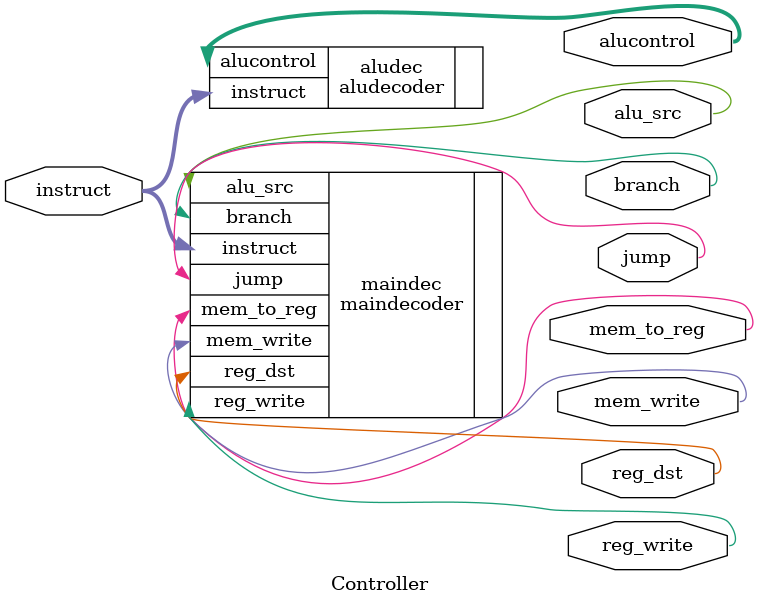
<source format=v>
`timescale 1ns / 1ps

module Controller(
input[31:0] instruct,
output        branch,
output        jump,
output        mem_to_reg,
output        mem_write ,
output        reg_dst   ,
output        reg_write ,
// alu side
output [ 2:0] alucontrol,
output        alu_src
);

maindecoder maindec(.instruct(instruct),.branch(branch),.jump(jump),.mem_to_reg(mem_to_reg),.mem_write(mem_write),.reg_dst(reg_dst),.reg_write(reg_write),.alu_src(alu_src));
aludecoder aludec(.instruct(instruct),.alucontrol(alucontrol));
endmodule

</source>
